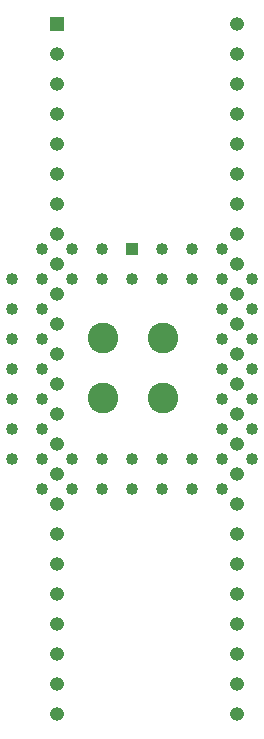
<source format=gts>
G04 #@! TF.GenerationSoftware,KiCad,Pcbnew,(5.99.0-434-g6ad8b170c)*
G04 #@! TF.CreationDate,2019-12-25T22:45:19+01:00*
G04 #@! TF.ProjectId,DeniseAdapter,44656e69-7365-4416-9461-707465722e6b,rev?*
G04 #@! TF.SameCoordinates,Original*
G04 #@! TF.FileFunction,Soldermask,Top*
G04 #@! TF.FilePolarity,Negative*
%FSLAX46Y46*%
G04 Gerber Fmt 4.6, Leading zero omitted, Abs format (unit mm)*
G04 Created by KiCad (PCBNEW (5.99.0-434-g6ad8b170c)) date 2019-12-25 22:45:19*
%MOMM*%
%LPD*%
G04 APERTURE LIST*
%ADD10C,1.022400*%
%ADD11R,1.022400X1.022400*%
%ADD12O,1.200000X1.200000*%
%ADD13R,1.200000X1.200000*%
%ADD14C,2.600000*%
G04 APERTURE END LIST*
D10*
X46320000Y-52200000D03*
X46320000Y-54740000D03*
X46320000Y-57280000D03*
X46320000Y-59820000D03*
X46320000Y-62360000D03*
X46320000Y-64900000D03*
X43780000Y-49660000D03*
X43780000Y-54740000D03*
X43780000Y-57280000D03*
X43780000Y-59820000D03*
X43780000Y-62360000D03*
X43780000Y-64900000D03*
X43780000Y-67440000D03*
X43780000Y-69980000D03*
X41240000Y-69980000D03*
X38700000Y-69980000D03*
X36160000Y-69980000D03*
X33620000Y-69980000D03*
X31080000Y-69980000D03*
X28540000Y-69980000D03*
X46320000Y-67440000D03*
X41240000Y-67440000D03*
X38700000Y-67440000D03*
X36160000Y-67440000D03*
X33620000Y-67440000D03*
X31080000Y-67440000D03*
X28540000Y-67440000D03*
X26000000Y-67440000D03*
X26000000Y-64900000D03*
X26000000Y-62360000D03*
X26000000Y-59820000D03*
X26000000Y-57280000D03*
X26000000Y-54740000D03*
X26000000Y-52200000D03*
X28540000Y-64900000D03*
X28540000Y-62360000D03*
X28540000Y-59820000D03*
X28540000Y-57280000D03*
X28540000Y-54740000D03*
X28540000Y-52200000D03*
X41240000Y-49660000D03*
X38700000Y-49660000D03*
X28540000Y-49660000D03*
X31080000Y-49660000D03*
X33620000Y-49660000D03*
D11*
X36160000Y-49660000D03*
D10*
X43780000Y-52200000D03*
X41240000Y-52200000D03*
X38700000Y-52200000D03*
X31080000Y-52200000D03*
X33620000Y-52200000D03*
X36160000Y-52200000D03*
D12*
X45030000Y-30608000D03*
X29790000Y-89028000D03*
X45030000Y-33148000D03*
X29790000Y-86488000D03*
X45030000Y-35688000D03*
X29790000Y-83948000D03*
X45030000Y-38228000D03*
X29790000Y-81408000D03*
X45030000Y-40768000D03*
X29790000Y-78868000D03*
X45030000Y-43308000D03*
X29790000Y-76328000D03*
X45030000Y-45848000D03*
X29790000Y-73788000D03*
X45030000Y-48388000D03*
X29790000Y-71248000D03*
X45030000Y-50928000D03*
X29790000Y-68708000D03*
X45030000Y-53468000D03*
X29790000Y-66168000D03*
X45030000Y-56008000D03*
X29790000Y-63628000D03*
X45030000Y-58548000D03*
X29790000Y-61088000D03*
X45030000Y-61088000D03*
X29790000Y-58548000D03*
X45030000Y-63628000D03*
X29790000Y-56008000D03*
X45030000Y-66168000D03*
X29790000Y-53468000D03*
X45030000Y-68708000D03*
X29790000Y-50928000D03*
X45030000Y-71248000D03*
X29790000Y-48388000D03*
X45030000Y-73788000D03*
X29790000Y-45848000D03*
X45030000Y-76328000D03*
X29790000Y-43308000D03*
X45030000Y-78868000D03*
X29790000Y-40768000D03*
X45030000Y-81408000D03*
X29790000Y-38228000D03*
X45030000Y-83948000D03*
X29790000Y-35688000D03*
X45030000Y-86488000D03*
X29790000Y-33148000D03*
X45030000Y-89028000D03*
D13*
X29790000Y-30608000D03*
D14*
X33655000Y-57150000D03*
X38735000Y-62230000D03*
X33655000Y-62230000D03*
X38735000Y-57150000D03*
M02*

</source>
